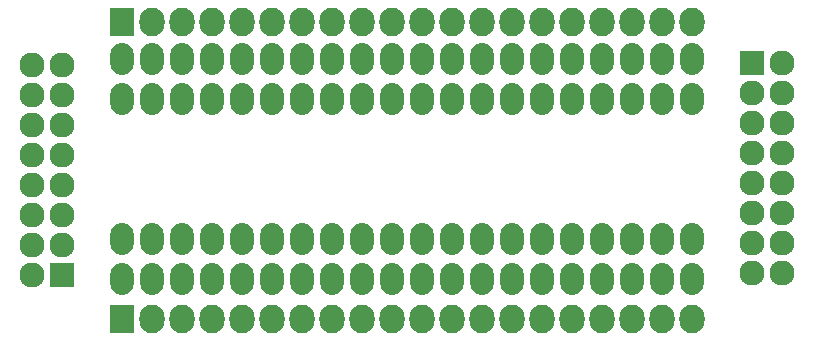
<source format=gbs>
G04 #@! TF.FileFunction,Soldermask,Bot*
%FSLAX46Y46*%
G04 Gerber Fmt 4.6, Leading zero omitted, Abs format (unit mm)*
G04 Created by KiCad (PCBNEW 4.0.3-stable) date 10/19/16 10:16:13*
%MOMM*%
%LPD*%
G01*
G04 APERTURE LIST*
%ADD10C,0.100000*%
%ADD11O,2.000000X2.700000*%
%ADD12R,2.127200X2.127200*%
%ADD13O,2.127200X2.127200*%
%ADD14R,2.127200X2.432000*%
%ADD15O,2.127200X2.432000*%
G04 APERTURE END LIST*
D10*
D11*
X115200000Y-94900000D03*
X117740000Y-94900000D03*
X120280000Y-94900000D03*
X122820000Y-94900000D03*
X125360000Y-94900000D03*
X127900000Y-94900000D03*
X130440000Y-94900000D03*
X132980000Y-94900000D03*
X135520000Y-94900000D03*
X138060000Y-94900000D03*
X140600000Y-94900000D03*
X143140000Y-94900000D03*
X145680000Y-94900000D03*
X148220000Y-94900000D03*
X150760000Y-94900000D03*
X153300000Y-94900000D03*
X155840000Y-94900000D03*
X158380000Y-94900000D03*
X160920000Y-94900000D03*
X163460000Y-94900000D03*
X163460000Y-79660000D03*
X160920000Y-79660000D03*
X158380000Y-79660000D03*
X155840000Y-79660000D03*
X153300000Y-79660000D03*
X150760000Y-79660000D03*
X148220000Y-79660000D03*
X145680000Y-79660000D03*
X143140000Y-79660000D03*
X140600000Y-79660000D03*
X138060000Y-79660000D03*
X135520000Y-79660000D03*
X132980000Y-79660000D03*
X130440000Y-79660000D03*
X127900000Y-79660000D03*
X125360000Y-79660000D03*
X122820000Y-79660000D03*
X120280000Y-79660000D03*
X117740000Y-79660000D03*
X115200000Y-79660000D03*
D12*
X168550000Y-80000000D03*
D13*
X171090000Y-80000000D03*
X168550000Y-82540000D03*
X171090000Y-82540000D03*
X168550000Y-85080000D03*
X171090000Y-85080000D03*
X168550000Y-87620000D03*
X171090000Y-87620000D03*
X168550000Y-90160000D03*
X171090000Y-90160000D03*
X168550000Y-92700000D03*
X171090000Y-92700000D03*
X168550000Y-95240000D03*
X171090000Y-95240000D03*
X168550000Y-97780000D03*
X171090000Y-97780000D03*
D14*
X115200000Y-101700000D03*
D15*
X117740000Y-101700000D03*
X120280000Y-101700000D03*
X122820000Y-101700000D03*
X125360000Y-101700000D03*
X127900000Y-101700000D03*
X130440000Y-101700000D03*
X132980000Y-101700000D03*
X135520000Y-101700000D03*
X138060000Y-101700000D03*
X140600000Y-101700000D03*
X143140000Y-101700000D03*
X145680000Y-101700000D03*
X148220000Y-101700000D03*
X150760000Y-101700000D03*
X153300000Y-101700000D03*
X155840000Y-101700000D03*
X158380000Y-101700000D03*
X160920000Y-101700000D03*
X163460000Y-101700000D03*
D14*
X115200000Y-76500000D03*
D15*
X117740000Y-76500000D03*
X120280000Y-76500000D03*
X122820000Y-76500000D03*
X125360000Y-76500000D03*
X127900000Y-76500000D03*
X130440000Y-76500000D03*
X132980000Y-76500000D03*
X135520000Y-76500000D03*
X138060000Y-76500000D03*
X140600000Y-76500000D03*
X143140000Y-76500000D03*
X145680000Y-76500000D03*
X148220000Y-76500000D03*
X150760000Y-76500000D03*
X153300000Y-76500000D03*
X155840000Y-76500000D03*
X158380000Y-76500000D03*
X160920000Y-76500000D03*
X163460000Y-76500000D03*
D11*
X115200000Y-98300000D03*
X117740000Y-98300000D03*
X120280000Y-98300000D03*
X122820000Y-98300000D03*
X125360000Y-98300000D03*
X127900000Y-98300000D03*
X130440000Y-98300000D03*
X132980000Y-98300000D03*
X135520000Y-98300000D03*
X138060000Y-98300000D03*
X140600000Y-98300000D03*
X143140000Y-98300000D03*
X145680000Y-98300000D03*
X148220000Y-98300000D03*
X150760000Y-98300000D03*
X153300000Y-98300000D03*
X155840000Y-98300000D03*
X158380000Y-98300000D03*
X160920000Y-98300000D03*
X163460000Y-98300000D03*
X163460000Y-83060000D03*
X160920000Y-83060000D03*
X158380000Y-83060000D03*
X155840000Y-83060000D03*
X153300000Y-83060000D03*
X150760000Y-83060000D03*
X148220000Y-83060000D03*
X145680000Y-83060000D03*
X143140000Y-83060000D03*
X140600000Y-83060000D03*
X138060000Y-83060000D03*
X135520000Y-83060000D03*
X132980000Y-83060000D03*
X130440000Y-83060000D03*
X127900000Y-83060000D03*
X125360000Y-83060000D03*
X122820000Y-83060000D03*
X120280000Y-83060000D03*
X117740000Y-83060000D03*
X115200000Y-83060000D03*
D12*
X110150000Y-97900000D03*
D13*
X107610000Y-97900000D03*
X110150000Y-95360000D03*
X107610000Y-95360000D03*
X110150000Y-92820000D03*
X107610000Y-92820000D03*
X110150000Y-90280000D03*
X107610000Y-90280000D03*
X110150000Y-87740000D03*
X107610000Y-87740000D03*
X110150000Y-85200000D03*
X107610000Y-85200000D03*
X110150000Y-82660000D03*
X107610000Y-82660000D03*
X110150000Y-80120000D03*
X107610000Y-80120000D03*
M02*

</source>
